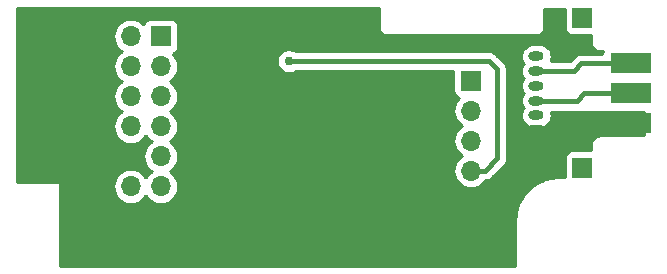
<source format=gbl>
G04 #@! TF.GenerationSoftware,KiCad,Pcbnew,(5.1.4)-1*
G04 #@! TF.CreationDate,2020-02-28T01:17:17+00:00*
G04 #@! TF.ProjectId,buffer,62756666-6572-42e6-9b69-6361645f7063,rev?*
G04 #@! TF.SameCoordinates,Original*
G04 #@! TF.FileFunction,Copper,L2,Bot*
G04 #@! TF.FilePolarity,Positive*
%FSLAX46Y46*%
G04 Gerber Fmt 4.6, Leading zero omitted, Abs format (unit mm)*
G04 Created by KiCad (PCBNEW (5.1.4)-1) date 2020-02-28 01:17:17*
%MOMM*%
%LPD*%
G04 APERTURE LIST*
%ADD10O,1.300000X0.800000*%
%ADD11C,0.100000*%
%ADD12C,0.800000*%
%ADD13O,1.700000X1.700000*%
%ADD14R,1.700000X1.700000*%
%ADD15R,3.500000X1.750000*%
%ADD16C,0.762000*%
%ADD17C,0.381000*%
%ADD18C,0.254000*%
G04 APERTURE END LIST*
D10*
X72154600Y-36050960D03*
X72154600Y-37300960D03*
X72154600Y-38550960D03*
X72154600Y-39800960D03*
X72154600Y-41050960D03*
D11*
G36*
X72624203Y-41901923D02*
G01*
X72643618Y-41904803D01*
X72662657Y-41909572D01*
X72681137Y-41916184D01*
X72698879Y-41924576D01*
X72715714Y-41934666D01*
X72731479Y-41946358D01*
X72746021Y-41959539D01*
X72759202Y-41974081D01*
X72770894Y-41989846D01*
X72780984Y-42006681D01*
X72789376Y-42024423D01*
X72795988Y-42042903D01*
X72800757Y-42061942D01*
X72803637Y-42081357D01*
X72804600Y-42100960D01*
X72804600Y-42500960D01*
X72803637Y-42520563D01*
X72800757Y-42539978D01*
X72795988Y-42559017D01*
X72789376Y-42577497D01*
X72780984Y-42595239D01*
X72770894Y-42612074D01*
X72759202Y-42627839D01*
X72746021Y-42642381D01*
X72731479Y-42655562D01*
X72715714Y-42667254D01*
X72698879Y-42677344D01*
X72681137Y-42685736D01*
X72662657Y-42692348D01*
X72643618Y-42697117D01*
X72624203Y-42699997D01*
X72604600Y-42700960D01*
X71704600Y-42700960D01*
X71684997Y-42699997D01*
X71665582Y-42697117D01*
X71646543Y-42692348D01*
X71628063Y-42685736D01*
X71610321Y-42677344D01*
X71593486Y-42667254D01*
X71577721Y-42655562D01*
X71563179Y-42642381D01*
X71549998Y-42627839D01*
X71538306Y-42612074D01*
X71528216Y-42595239D01*
X71519824Y-42577497D01*
X71513212Y-42559017D01*
X71508443Y-42539978D01*
X71505563Y-42520563D01*
X71504600Y-42500960D01*
X71504600Y-42100960D01*
X71505563Y-42081357D01*
X71508443Y-42061942D01*
X71513212Y-42042903D01*
X71519824Y-42024423D01*
X71528216Y-42006681D01*
X71538306Y-41989846D01*
X71549998Y-41974081D01*
X71563179Y-41959539D01*
X71577721Y-41946358D01*
X71593486Y-41934666D01*
X71610321Y-41924576D01*
X71628063Y-41916184D01*
X71646543Y-41909572D01*
X71665582Y-41904803D01*
X71684997Y-41901923D01*
X71704600Y-41900960D01*
X72604600Y-41900960D01*
X72624203Y-41901923D01*
X72624203Y-41901923D01*
G37*
D12*
X72154600Y-42300960D03*
D13*
X66617400Y-45730160D03*
X66617400Y-43190160D03*
X66617400Y-40650160D03*
D14*
X66617400Y-38110160D03*
X76033180Y-45504100D03*
X40353800Y-34376360D03*
D13*
X37813800Y-34376360D03*
X40353800Y-36916360D03*
X37813800Y-36916360D03*
X40353800Y-39456360D03*
X37813800Y-39456360D03*
X40353800Y-41996360D03*
X37813800Y-41996360D03*
X40353800Y-44536360D03*
X37813800Y-44536360D03*
X40353800Y-47076360D03*
X37813800Y-47076360D03*
D14*
X76040800Y-32801560D03*
D15*
X80130200Y-41740960D03*
X80130200Y-39200960D03*
X80130200Y-36660960D03*
D16*
X64433000Y-37906960D03*
X64433000Y-41081960D03*
X64433000Y-44637960D03*
X64433000Y-48193960D03*
X49066000Y-49336960D03*
X51199600Y-36459160D03*
D17*
X35299200Y-52715160D02*
X34181600Y-51597560D01*
X34181600Y-51597560D02*
X34181600Y-46060360D01*
X35705600Y-44536360D02*
X37813800Y-44536360D01*
X34181600Y-46060360D02*
X35705600Y-44536360D01*
X64433000Y-52664360D02*
X64382200Y-52715160D01*
X64534600Y-52715160D02*
X64382200Y-52715160D01*
X64433000Y-37906960D02*
X64433000Y-41081960D01*
X64433000Y-41081960D02*
X64433000Y-44637960D01*
X64433000Y-44637960D02*
X64433000Y-48193960D01*
X64433000Y-48193960D02*
X64433000Y-52664360D01*
X64382200Y-52715160D02*
X49116800Y-52715160D01*
X49116800Y-52715160D02*
X35299200Y-52715160D01*
X49066000Y-52664360D02*
X49116800Y-52715160D01*
X49066000Y-49336960D02*
X49066000Y-52664360D01*
X64382200Y-52715160D02*
X64687000Y-52715160D01*
X64687000Y-52715160D02*
X72154600Y-45247560D01*
X72154600Y-45247560D02*
X72154600Y-42300960D01*
X72154600Y-42300960D02*
X76532000Y-42300960D01*
X77092000Y-41740960D02*
X80130200Y-41740960D01*
X76532000Y-42300960D02*
X77092000Y-41740960D01*
X72154600Y-37300960D02*
X75312000Y-37300960D01*
X75952000Y-36660960D02*
X80130200Y-36660960D01*
X75312000Y-37300960D02*
X75952000Y-36660960D01*
X72154600Y-39800960D02*
X75592000Y-39800960D01*
X76192000Y-39200960D02*
X80130200Y-39200960D01*
X75592000Y-39800960D02*
X76192000Y-39200960D01*
X67819481Y-45730160D02*
X68852600Y-44697041D01*
X66617400Y-45730160D02*
X67819481Y-45730160D01*
X68852600Y-44697041D02*
X68852600Y-37170360D01*
X68852600Y-37170360D02*
X68141400Y-36459160D01*
X68141400Y-36459160D02*
X51199600Y-36459160D01*
D18*
G36*
X58795001Y-32793303D02*
G01*
X58795000Y-32793313D01*
X58795000Y-33555313D01*
X58791686Y-33588960D01*
X58804912Y-33723243D01*
X58844081Y-33852366D01*
X58907688Y-33971367D01*
X58993289Y-34075671D01*
X59097593Y-34161272D01*
X59216594Y-34224879D01*
X59345717Y-34264048D01*
X59480000Y-34277274D01*
X59513647Y-34273960D01*
X72120953Y-34273960D01*
X72154600Y-34277274D01*
X72188247Y-34273960D01*
X72288883Y-34264048D01*
X72418006Y-34224879D01*
X72537007Y-34161272D01*
X72641311Y-34075671D01*
X72726912Y-33971367D01*
X72790519Y-33852366D01*
X72829688Y-33723243D01*
X72842914Y-33588960D01*
X72839600Y-33555313D01*
X72839600Y-32013360D01*
X74552728Y-32013360D01*
X74552728Y-33651560D01*
X74564988Y-33776042D01*
X74601298Y-33895740D01*
X74660263Y-34006054D01*
X74739615Y-34102745D01*
X74836306Y-34182097D01*
X74946620Y-34241062D01*
X75066318Y-34277372D01*
X75190800Y-34289632D01*
X76803601Y-34289632D01*
X76803601Y-34929443D01*
X76800286Y-34963100D01*
X76813512Y-35097383D01*
X76852681Y-35226506D01*
X76916288Y-35345507D01*
X77001889Y-35449811D01*
X77106193Y-35535412D01*
X77225194Y-35599019D01*
X77354317Y-35638188D01*
X77454953Y-35648100D01*
X77488600Y-35651414D01*
X77522247Y-35648100D01*
X77758446Y-35648100D01*
X77754388Y-35661478D01*
X77742128Y-35785960D01*
X77742128Y-35835460D01*
X75992550Y-35835460D01*
X75952000Y-35831466D01*
X75911449Y-35835460D01*
X75911447Y-35835460D01*
X75790174Y-35847404D01*
X75634566Y-35894607D01*
X75491157Y-35971261D01*
X75396958Y-36048568D01*
X75396955Y-36048571D01*
X75365459Y-36074419D01*
X75339610Y-36105916D01*
X74970067Y-36475460D01*
X73351273Y-36475460D01*
X73365441Y-36448953D01*
X73424624Y-36253855D01*
X73444607Y-36050960D01*
X73424624Y-35848065D01*
X73365441Y-35652967D01*
X73269334Y-35473163D01*
X73139996Y-35315564D01*
X72982397Y-35186226D01*
X72802593Y-35090119D01*
X72607495Y-35030936D01*
X72455438Y-35015960D01*
X71853762Y-35015960D01*
X71701705Y-35030936D01*
X71506607Y-35090119D01*
X71326803Y-35186226D01*
X71169204Y-35315564D01*
X71039866Y-35473163D01*
X70943759Y-35652967D01*
X70884576Y-35848065D01*
X70864593Y-36050960D01*
X70884576Y-36253855D01*
X70943759Y-36448953D01*
X71039866Y-36628757D01*
X71078604Y-36675960D01*
X71039866Y-36723163D01*
X70943759Y-36902967D01*
X70884576Y-37098065D01*
X70864593Y-37300960D01*
X70884576Y-37503855D01*
X70943759Y-37698953D01*
X71039866Y-37878757D01*
X71078604Y-37925960D01*
X71039866Y-37973163D01*
X70943759Y-38152967D01*
X70884576Y-38348065D01*
X70864593Y-38550960D01*
X70884576Y-38753855D01*
X70943759Y-38948953D01*
X71039866Y-39128757D01*
X71078604Y-39175960D01*
X71039866Y-39223163D01*
X70943759Y-39402967D01*
X70884576Y-39598065D01*
X70864593Y-39800960D01*
X70884576Y-40003855D01*
X70943759Y-40198953D01*
X71039866Y-40378757D01*
X71078604Y-40425960D01*
X71039866Y-40473163D01*
X70943759Y-40652967D01*
X70884576Y-40848065D01*
X70864593Y-41050960D01*
X70884576Y-41253855D01*
X70943759Y-41448953D01*
X71039866Y-41628757D01*
X71169204Y-41786356D01*
X71326803Y-41915694D01*
X71506607Y-42011801D01*
X71701705Y-42070984D01*
X71853762Y-42085960D01*
X72455438Y-42085960D01*
X72607495Y-42070984D01*
X72802593Y-42011801D01*
X72982397Y-41915694D01*
X73139996Y-41786356D01*
X73269334Y-41628757D01*
X73365441Y-41448953D01*
X73424624Y-41253855D01*
X73444607Y-41050960D01*
X73424624Y-40848065D01*
X73393898Y-40746775D01*
X73404843Y-40755757D01*
X73426799Y-40767493D01*
X73450624Y-40774720D01*
X73475400Y-40777160D01*
X81248601Y-40777160D01*
X81248601Y-42756620D01*
X77522247Y-42756620D01*
X77488600Y-42753306D01*
X77454953Y-42756620D01*
X77354317Y-42766532D01*
X77225194Y-42805701D01*
X77106193Y-42869308D01*
X77001889Y-42954909D01*
X76916288Y-43059213D01*
X76852681Y-43178214D01*
X76813512Y-43307337D01*
X76800286Y-43441620D01*
X76803600Y-43475267D01*
X76803600Y-44016028D01*
X75183180Y-44016028D01*
X75058698Y-44028288D01*
X74939000Y-44064598D01*
X74828686Y-44123563D01*
X74731995Y-44202915D01*
X74652643Y-44299606D01*
X74593678Y-44409920D01*
X74557368Y-44529618D01*
X74545108Y-44654100D01*
X74545108Y-46289760D01*
X74137394Y-46289760D01*
X74066810Y-46289423D01*
X74034205Y-46292463D01*
X74001456Y-46292234D01*
X73991938Y-46293168D01*
X73395320Y-46355874D01*
X73334509Y-46368357D01*
X73273518Y-46379992D01*
X73264362Y-46382756D01*
X72691286Y-46560153D01*
X72634032Y-46584221D01*
X72576488Y-46607470D01*
X72568043Y-46611960D01*
X72040338Y-46897289D01*
X71988881Y-46931997D01*
X71936917Y-46966002D01*
X71929505Y-46972047D01*
X71467271Y-47354441D01*
X71423524Y-47398494D01*
X71379167Y-47441932D01*
X71373070Y-47449302D01*
X70993913Y-47914194D01*
X70959557Y-47965905D01*
X70924480Y-48017133D01*
X70919934Y-48025542D01*
X70919931Y-48025546D01*
X70919931Y-48025547D01*
X70638293Y-48555231D01*
X70614639Y-48612620D01*
X70590176Y-48669696D01*
X70587348Y-48678833D01*
X70413957Y-49253133D01*
X70401900Y-49314026D01*
X70388990Y-49374763D01*
X70387990Y-49384275D01*
X70329450Y-49981316D01*
X70329450Y-49981327D01*
X70326178Y-50014578D01*
X70326536Y-53808160D01*
X31847340Y-53808160D01*
X31847340Y-46796960D01*
X31844900Y-46772184D01*
X31837673Y-46748359D01*
X31825937Y-46726403D01*
X31810143Y-46707157D01*
X31790897Y-46691363D01*
X31768941Y-46679627D01*
X31745116Y-46672400D01*
X31720340Y-46669960D01*
X28211800Y-46669960D01*
X28211800Y-34376360D01*
X36321615Y-34376360D01*
X36350287Y-34667471D01*
X36435201Y-34947394D01*
X36573094Y-35205374D01*
X36758666Y-35431494D01*
X36984786Y-35617066D01*
X37039591Y-35646360D01*
X36984786Y-35675654D01*
X36758666Y-35861226D01*
X36573094Y-36087346D01*
X36435201Y-36345326D01*
X36350287Y-36625249D01*
X36321615Y-36916360D01*
X36350287Y-37207471D01*
X36435201Y-37487394D01*
X36573094Y-37745374D01*
X36758666Y-37971494D01*
X36984786Y-38157066D01*
X37039591Y-38186360D01*
X36984786Y-38215654D01*
X36758666Y-38401226D01*
X36573094Y-38627346D01*
X36435201Y-38885326D01*
X36350287Y-39165249D01*
X36321615Y-39456360D01*
X36350287Y-39747471D01*
X36435201Y-40027394D01*
X36573094Y-40285374D01*
X36758666Y-40511494D01*
X36984786Y-40697066D01*
X37039591Y-40726360D01*
X36984786Y-40755654D01*
X36758666Y-40941226D01*
X36573094Y-41167346D01*
X36435201Y-41425326D01*
X36350287Y-41705249D01*
X36321615Y-41996360D01*
X36350287Y-42287471D01*
X36435201Y-42567394D01*
X36573094Y-42825374D01*
X36758666Y-43051494D01*
X36984786Y-43237066D01*
X37242766Y-43374959D01*
X37522689Y-43459873D01*
X37740850Y-43481360D01*
X37886750Y-43481360D01*
X38104911Y-43459873D01*
X38384834Y-43374959D01*
X38642814Y-43237066D01*
X38868934Y-43051494D01*
X39054506Y-42825374D01*
X39083800Y-42770569D01*
X39113094Y-42825374D01*
X39298666Y-43051494D01*
X39524786Y-43237066D01*
X39579591Y-43266360D01*
X39524786Y-43295654D01*
X39298666Y-43481226D01*
X39113094Y-43707346D01*
X38975201Y-43965326D01*
X38890287Y-44245249D01*
X38861615Y-44536360D01*
X38890287Y-44827471D01*
X38975201Y-45107394D01*
X39113094Y-45365374D01*
X39298666Y-45591494D01*
X39524786Y-45777066D01*
X39579591Y-45806360D01*
X39524786Y-45835654D01*
X39298666Y-46021226D01*
X39113094Y-46247346D01*
X39083800Y-46302151D01*
X39054506Y-46247346D01*
X38868934Y-46021226D01*
X38642814Y-45835654D01*
X38384834Y-45697761D01*
X38104911Y-45612847D01*
X37886750Y-45591360D01*
X37740850Y-45591360D01*
X37522689Y-45612847D01*
X37242766Y-45697761D01*
X36984786Y-45835654D01*
X36758666Y-46021226D01*
X36573094Y-46247346D01*
X36435201Y-46505326D01*
X36350287Y-46785249D01*
X36321615Y-47076360D01*
X36350287Y-47367471D01*
X36435201Y-47647394D01*
X36573094Y-47905374D01*
X36758666Y-48131494D01*
X36984786Y-48317066D01*
X37242766Y-48454959D01*
X37522689Y-48539873D01*
X37740850Y-48561360D01*
X37886750Y-48561360D01*
X38104911Y-48539873D01*
X38384834Y-48454959D01*
X38642814Y-48317066D01*
X38868934Y-48131494D01*
X39054506Y-47905374D01*
X39083800Y-47850569D01*
X39113094Y-47905374D01*
X39298666Y-48131494D01*
X39524786Y-48317066D01*
X39782766Y-48454959D01*
X40062689Y-48539873D01*
X40280850Y-48561360D01*
X40426750Y-48561360D01*
X40644911Y-48539873D01*
X40924834Y-48454959D01*
X41182814Y-48317066D01*
X41408934Y-48131494D01*
X41594506Y-47905374D01*
X41732399Y-47647394D01*
X41817313Y-47367471D01*
X41845985Y-47076360D01*
X41817313Y-46785249D01*
X41732399Y-46505326D01*
X41594506Y-46247346D01*
X41408934Y-46021226D01*
X41182814Y-45835654D01*
X41128009Y-45806360D01*
X41182814Y-45777066D01*
X41408934Y-45591494D01*
X41594506Y-45365374D01*
X41732399Y-45107394D01*
X41817313Y-44827471D01*
X41845985Y-44536360D01*
X41817313Y-44245249D01*
X41732399Y-43965326D01*
X41594506Y-43707346D01*
X41408934Y-43481226D01*
X41182814Y-43295654D01*
X41128009Y-43266360D01*
X41182814Y-43237066D01*
X41408934Y-43051494D01*
X41594506Y-42825374D01*
X41732399Y-42567394D01*
X41817313Y-42287471D01*
X41845985Y-41996360D01*
X41817313Y-41705249D01*
X41732399Y-41425326D01*
X41594506Y-41167346D01*
X41408934Y-40941226D01*
X41182814Y-40755654D01*
X41128009Y-40726360D01*
X41182814Y-40697066D01*
X41408934Y-40511494D01*
X41594506Y-40285374D01*
X41732399Y-40027394D01*
X41817313Y-39747471D01*
X41845985Y-39456360D01*
X41817313Y-39165249D01*
X41732399Y-38885326D01*
X41594506Y-38627346D01*
X41408934Y-38401226D01*
X41182814Y-38215654D01*
X41128009Y-38186360D01*
X41182814Y-38157066D01*
X41408934Y-37971494D01*
X41594506Y-37745374D01*
X41732399Y-37487394D01*
X41817313Y-37207471D01*
X41845985Y-36916360D01*
X41817313Y-36625249D01*
X41736576Y-36359093D01*
X50183600Y-36359093D01*
X50183600Y-36559227D01*
X50222644Y-36755516D01*
X50299232Y-36940416D01*
X50410421Y-37106822D01*
X50551938Y-37248339D01*
X50718344Y-37359528D01*
X50903244Y-37436116D01*
X51099533Y-37475160D01*
X51299667Y-37475160D01*
X51495956Y-37436116D01*
X51680856Y-37359528D01*
X51792904Y-37284660D01*
X65129328Y-37284660D01*
X65129328Y-38960160D01*
X65141588Y-39084642D01*
X65177898Y-39204340D01*
X65236863Y-39314654D01*
X65316215Y-39411345D01*
X65412906Y-39490697D01*
X65523220Y-39549662D01*
X65592087Y-39570553D01*
X65562266Y-39595026D01*
X65376694Y-39821146D01*
X65238801Y-40079126D01*
X65153887Y-40359049D01*
X65125215Y-40650160D01*
X65153887Y-40941271D01*
X65238801Y-41221194D01*
X65376694Y-41479174D01*
X65562266Y-41705294D01*
X65788386Y-41890866D01*
X65843191Y-41920160D01*
X65788386Y-41949454D01*
X65562266Y-42135026D01*
X65376694Y-42361146D01*
X65238801Y-42619126D01*
X65153887Y-42899049D01*
X65125215Y-43190160D01*
X65153887Y-43481271D01*
X65238801Y-43761194D01*
X65376694Y-44019174D01*
X65562266Y-44245294D01*
X65788386Y-44430866D01*
X65843191Y-44460160D01*
X65788386Y-44489454D01*
X65562266Y-44675026D01*
X65376694Y-44901146D01*
X65238801Y-45159126D01*
X65153887Y-45439049D01*
X65125215Y-45730160D01*
X65153887Y-46021271D01*
X65238801Y-46301194D01*
X65376694Y-46559174D01*
X65562266Y-46785294D01*
X65788386Y-46970866D01*
X66046366Y-47108759D01*
X66326289Y-47193673D01*
X66544450Y-47215160D01*
X66690350Y-47215160D01*
X66908511Y-47193673D01*
X67188434Y-47108759D01*
X67446414Y-46970866D01*
X67672534Y-46785294D01*
X67858106Y-46559174D01*
X67859982Y-46555665D01*
X67860031Y-46555660D01*
X67860034Y-46555660D01*
X67981307Y-46543716D01*
X68136915Y-46496513D01*
X68280323Y-46419859D01*
X68406022Y-46316701D01*
X68431879Y-46285195D01*
X69407646Y-45309429D01*
X69439141Y-45283582D01*
X69464989Y-45252086D01*
X69464992Y-45252083D01*
X69542299Y-45157884D01*
X69618953Y-45014475D01*
X69634323Y-44963807D01*
X69666156Y-44858867D01*
X69678100Y-44737594D01*
X69678100Y-44737592D01*
X69682094Y-44697041D01*
X69678100Y-44656491D01*
X69678100Y-37210910D01*
X69682094Y-37170360D01*
X69678100Y-37129807D01*
X69666156Y-37008534D01*
X69618953Y-36852926D01*
X69602843Y-36822786D01*
X69542299Y-36709517D01*
X69464992Y-36615318D01*
X69464989Y-36615315D01*
X69439141Y-36583819D01*
X69407644Y-36557970D01*
X68753797Y-35904125D01*
X68727941Y-35872619D01*
X68602242Y-35769461D01*
X68458834Y-35692807D01*
X68303226Y-35645604D01*
X68181953Y-35633660D01*
X68181950Y-35633660D01*
X68141400Y-35629666D01*
X68100850Y-35633660D01*
X51792904Y-35633660D01*
X51680856Y-35558792D01*
X51495956Y-35482204D01*
X51299667Y-35443160D01*
X51099533Y-35443160D01*
X50903244Y-35482204D01*
X50718344Y-35558792D01*
X50551938Y-35669981D01*
X50410421Y-35811498D01*
X50299232Y-35977904D01*
X50222644Y-36162804D01*
X50183600Y-36359093D01*
X41736576Y-36359093D01*
X41732399Y-36345326D01*
X41594506Y-36087346D01*
X41408934Y-35861226D01*
X41379113Y-35836753D01*
X41447980Y-35815862D01*
X41558294Y-35756897D01*
X41654985Y-35677545D01*
X41734337Y-35580854D01*
X41793302Y-35470540D01*
X41829612Y-35350842D01*
X41841872Y-35226360D01*
X41841872Y-33526360D01*
X41829612Y-33401878D01*
X41793302Y-33282180D01*
X41734337Y-33171866D01*
X41654985Y-33075175D01*
X41558294Y-32995823D01*
X41447980Y-32936858D01*
X41328282Y-32900548D01*
X41203800Y-32888288D01*
X39503800Y-32888288D01*
X39379318Y-32900548D01*
X39259620Y-32936858D01*
X39149306Y-32995823D01*
X39052615Y-33075175D01*
X38973263Y-33171866D01*
X38914298Y-33282180D01*
X38893407Y-33351047D01*
X38868934Y-33321226D01*
X38642814Y-33135654D01*
X38384834Y-32997761D01*
X38104911Y-32912847D01*
X37886750Y-32891360D01*
X37740850Y-32891360D01*
X37522689Y-32912847D01*
X37242766Y-32997761D01*
X36984786Y-33135654D01*
X36758666Y-33321226D01*
X36573094Y-33547346D01*
X36435201Y-33805326D01*
X36350287Y-34085249D01*
X36321615Y-34376360D01*
X28211800Y-34376360D01*
X28211800Y-31987960D01*
X58795000Y-31987960D01*
X58795001Y-32793303D01*
X58795001Y-32793303D01*
G37*
X58795001Y-32793303D02*
X58795000Y-32793313D01*
X58795000Y-33555313D01*
X58791686Y-33588960D01*
X58804912Y-33723243D01*
X58844081Y-33852366D01*
X58907688Y-33971367D01*
X58993289Y-34075671D01*
X59097593Y-34161272D01*
X59216594Y-34224879D01*
X59345717Y-34264048D01*
X59480000Y-34277274D01*
X59513647Y-34273960D01*
X72120953Y-34273960D01*
X72154600Y-34277274D01*
X72188247Y-34273960D01*
X72288883Y-34264048D01*
X72418006Y-34224879D01*
X72537007Y-34161272D01*
X72641311Y-34075671D01*
X72726912Y-33971367D01*
X72790519Y-33852366D01*
X72829688Y-33723243D01*
X72842914Y-33588960D01*
X72839600Y-33555313D01*
X72839600Y-32013360D01*
X74552728Y-32013360D01*
X74552728Y-33651560D01*
X74564988Y-33776042D01*
X74601298Y-33895740D01*
X74660263Y-34006054D01*
X74739615Y-34102745D01*
X74836306Y-34182097D01*
X74946620Y-34241062D01*
X75066318Y-34277372D01*
X75190800Y-34289632D01*
X76803601Y-34289632D01*
X76803601Y-34929443D01*
X76800286Y-34963100D01*
X76813512Y-35097383D01*
X76852681Y-35226506D01*
X76916288Y-35345507D01*
X77001889Y-35449811D01*
X77106193Y-35535412D01*
X77225194Y-35599019D01*
X77354317Y-35638188D01*
X77454953Y-35648100D01*
X77488600Y-35651414D01*
X77522247Y-35648100D01*
X77758446Y-35648100D01*
X77754388Y-35661478D01*
X77742128Y-35785960D01*
X77742128Y-35835460D01*
X75992550Y-35835460D01*
X75952000Y-35831466D01*
X75911449Y-35835460D01*
X75911447Y-35835460D01*
X75790174Y-35847404D01*
X75634566Y-35894607D01*
X75491157Y-35971261D01*
X75396958Y-36048568D01*
X75396955Y-36048571D01*
X75365459Y-36074419D01*
X75339610Y-36105916D01*
X74970067Y-36475460D01*
X73351273Y-36475460D01*
X73365441Y-36448953D01*
X73424624Y-36253855D01*
X73444607Y-36050960D01*
X73424624Y-35848065D01*
X73365441Y-35652967D01*
X73269334Y-35473163D01*
X73139996Y-35315564D01*
X72982397Y-35186226D01*
X72802593Y-35090119D01*
X72607495Y-35030936D01*
X72455438Y-35015960D01*
X71853762Y-35015960D01*
X71701705Y-35030936D01*
X71506607Y-35090119D01*
X71326803Y-35186226D01*
X71169204Y-35315564D01*
X71039866Y-35473163D01*
X70943759Y-35652967D01*
X70884576Y-35848065D01*
X70864593Y-36050960D01*
X70884576Y-36253855D01*
X70943759Y-36448953D01*
X71039866Y-36628757D01*
X71078604Y-36675960D01*
X71039866Y-36723163D01*
X70943759Y-36902967D01*
X70884576Y-37098065D01*
X70864593Y-37300960D01*
X70884576Y-37503855D01*
X70943759Y-37698953D01*
X71039866Y-37878757D01*
X71078604Y-37925960D01*
X71039866Y-37973163D01*
X70943759Y-38152967D01*
X70884576Y-38348065D01*
X70864593Y-38550960D01*
X70884576Y-38753855D01*
X70943759Y-38948953D01*
X71039866Y-39128757D01*
X71078604Y-39175960D01*
X71039866Y-39223163D01*
X70943759Y-39402967D01*
X70884576Y-39598065D01*
X70864593Y-39800960D01*
X70884576Y-40003855D01*
X70943759Y-40198953D01*
X71039866Y-40378757D01*
X71078604Y-40425960D01*
X71039866Y-40473163D01*
X70943759Y-40652967D01*
X70884576Y-40848065D01*
X70864593Y-41050960D01*
X70884576Y-41253855D01*
X70943759Y-41448953D01*
X71039866Y-41628757D01*
X71169204Y-41786356D01*
X71326803Y-41915694D01*
X71506607Y-42011801D01*
X71701705Y-42070984D01*
X71853762Y-42085960D01*
X72455438Y-42085960D01*
X72607495Y-42070984D01*
X72802593Y-42011801D01*
X72982397Y-41915694D01*
X73139996Y-41786356D01*
X73269334Y-41628757D01*
X73365441Y-41448953D01*
X73424624Y-41253855D01*
X73444607Y-41050960D01*
X73424624Y-40848065D01*
X73393898Y-40746775D01*
X73404843Y-40755757D01*
X73426799Y-40767493D01*
X73450624Y-40774720D01*
X73475400Y-40777160D01*
X81248601Y-40777160D01*
X81248601Y-42756620D01*
X77522247Y-42756620D01*
X77488600Y-42753306D01*
X77454953Y-42756620D01*
X77354317Y-42766532D01*
X77225194Y-42805701D01*
X77106193Y-42869308D01*
X77001889Y-42954909D01*
X76916288Y-43059213D01*
X76852681Y-43178214D01*
X76813512Y-43307337D01*
X76800286Y-43441620D01*
X76803600Y-43475267D01*
X76803600Y-44016028D01*
X75183180Y-44016028D01*
X75058698Y-44028288D01*
X74939000Y-44064598D01*
X74828686Y-44123563D01*
X74731995Y-44202915D01*
X74652643Y-44299606D01*
X74593678Y-44409920D01*
X74557368Y-44529618D01*
X74545108Y-44654100D01*
X74545108Y-46289760D01*
X74137394Y-46289760D01*
X74066810Y-46289423D01*
X74034205Y-46292463D01*
X74001456Y-46292234D01*
X73991938Y-46293168D01*
X73395320Y-46355874D01*
X73334509Y-46368357D01*
X73273518Y-46379992D01*
X73264362Y-46382756D01*
X72691286Y-46560153D01*
X72634032Y-46584221D01*
X72576488Y-46607470D01*
X72568043Y-46611960D01*
X72040338Y-46897289D01*
X71988881Y-46931997D01*
X71936917Y-46966002D01*
X71929505Y-46972047D01*
X71467271Y-47354441D01*
X71423524Y-47398494D01*
X71379167Y-47441932D01*
X71373070Y-47449302D01*
X70993913Y-47914194D01*
X70959557Y-47965905D01*
X70924480Y-48017133D01*
X70919934Y-48025542D01*
X70919931Y-48025546D01*
X70919931Y-48025547D01*
X70638293Y-48555231D01*
X70614639Y-48612620D01*
X70590176Y-48669696D01*
X70587348Y-48678833D01*
X70413957Y-49253133D01*
X70401900Y-49314026D01*
X70388990Y-49374763D01*
X70387990Y-49384275D01*
X70329450Y-49981316D01*
X70329450Y-49981327D01*
X70326178Y-50014578D01*
X70326536Y-53808160D01*
X31847340Y-53808160D01*
X31847340Y-46796960D01*
X31844900Y-46772184D01*
X31837673Y-46748359D01*
X31825937Y-46726403D01*
X31810143Y-46707157D01*
X31790897Y-46691363D01*
X31768941Y-46679627D01*
X31745116Y-46672400D01*
X31720340Y-46669960D01*
X28211800Y-46669960D01*
X28211800Y-34376360D01*
X36321615Y-34376360D01*
X36350287Y-34667471D01*
X36435201Y-34947394D01*
X36573094Y-35205374D01*
X36758666Y-35431494D01*
X36984786Y-35617066D01*
X37039591Y-35646360D01*
X36984786Y-35675654D01*
X36758666Y-35861226D01*
X36573094Y-36087346D01*
X36435201Y-36345326D01*
X36350287Y-36625249D01*
X36321615Y-36916360D01*
X36350287Y-37207471D01*
X36435201Y-37487394D01*
X36573094Y-37745374D01*
X36758666Y-37971494D01*
X36984786Y-38157066D01*
X37039591Y-38186360D01*
X36984786Y-38215654D01*
X36758666Y-38401226D01*
X36573094Y-38627346D01*
X36435201Y-38885326D01*
X36350287Y-39165249D01*
X36321615Y-39456360D01*
X36350287Y-39747471D01*
X36435201Y-40027394D01*
X36573094Y-40285374D01*
X36758666Y-40511494D01*
X36984786Y-40697066D01*
X37039591Y-40726360D01*
X36984786Y-40755654D01*
X36758666Y-40941226D01*
X36573094Y-41167346D01*
X36435201Y-41425326D01*
X36350287Y-41705249D01*
X36321615Y-41996360D01*
X36350287Y-42287471D01*
X36435201Y-42567394D01*
X36573094Y-42825374D01*
X36758666Y-43051494D01*
X36984786Y-43237066D01*
X37242766Y-43374959D01*
X37522689Y-43459873D01*
X37740850Y-43481360D01*
X37886750Y-43481360D01*
X38104911Y-43459873D01*
X38384834Y-43374959D01*
X38642814Y-43237066D01*
X38868934Y-43051494D01*
X39054506Y-42825374D01*
X39083800Y-42770569D01*
X39113094Y-42825374D01*
X39298666Y-43051494D01*
X39524786Y-43237066D01*
X39579591Y-43266360D01*
X39524786Y-43295654D01*
X39298666Y-43481226D01*
X39113094Y-43707346D01*
X38975201Y-43965326D01*
X38890287Y-44245249D01*
X38861615Y-44536360D01*
X38890287Y-44827471D01*
X38975201Y-45107394D01*
X39113094Y-45365374D01*
X39298666Y-45591494D01*
X39524786Y-45777066D01*
X39579591Y-45806360D01*
X39524786Y-45835654D01*
X39298666Y-46021226D01*
X39113094Y-46247346D01*
X39083800Y-46302151D01*
X39054506Y-46247346D01*
X38868934Y-46021226D01*
X38642814Y-45835654D01*
X38384834Y-45697761D01*
X38104911Y-45612847D01*
X37886750Y-45591360D01*
X37740850Y-45591360D01*
X37522689Y-45612847D01*
X37242766Y-45697761D01*
X36984786Y-45835654D01*
X36758666Y-46021226D01*
X36573094Y-46247346D01*
X36435201Y-46505326D01*
X36350287Y-46785249D01*
X36321615Y-47076360D01*
X36350287Y-47367471D01*
X36435201Y-47647394D01*
X36573094Y-47905374D01*
X36758666Y-48131494D01*
X36984786Y-48317066D01*
X37242766Y-48454959D01*
X37522689Y-48539873D01*
X37740850Y-48561360D01*
X37886750Y-48561360D01*
X38104911Y-48539873D01*
X38384834Y-48454959D01*
X38642814Y-48317066D01*
X38868934Y-48131494D01*
X39054506Y-47905374D01*
X39083800Y-47850569D01*
X39113094Y-47905374D01*
X39298666Y-48131494D01*
X39524786Y-48317066D01*
X39782766Y-48454959D01*
X40062689Y-48539873D01*
X40280850Y-48561360D01*
X40426750Y-48561360D01*
X40644911Y-48539873D01*
X40924834Y-48454959D01*
X41182814Y-48317066D01*
X41408934Y-48131494D01*
X41594506Y-47905374D01*
X41732399Y-47647394D01*
X41817313Y-47367471D01*
X41845985Y-47076360D01*
X41817313Y-46785249D01*
X41732399Y-46505326D01*
X41594506Y-46247346D01*
X41408934Y-46021226D01*
X41182814Y-45835654D01*
X41128009Y-45806360D01*
X41182814Y-45777066D01*
X41408934Y-45591494D01*
X41594506Y-45365374D01*
X41732399Y-45107394D01*
X41817313Y-44827471D01*
X41845985Y-44536360D01*
X41817313Y-44245249D01*
X41732399Y-43965326D01*
X41594506Y-43707346D01*
X41408934Y-43481226D01*
X41182814Y-43295654D01*
X41128009Y-43266360D01*
X41182814Y-43237066D01*
X41408934Y-43051494D01*
X41594506Y-42825374D01*
X41732399Y-42567394D01*
X41817313Y-42287471D01*
X41845985Y-41996360D01*
X41817313Y-41705249D01*
X41732399Y-41425326D01*
X41594506Y-41167346D01*
X41408934Y-40941226D01*
X41182814Y-40755654D01*
X41128009Y-40726360D01*
X41182814Y-40697066D01*
X41408934Y-40511494D01*
X41594506Y-40285374D01*
X41732399Y-40027394D01*
X41817313Y-39747471D01*
X41845985Y-39456360D01*
X41817313Y-39165249D01*
X41732399Y-38885326D01*
X41594506Y-38627346D01*
X41408934Y-38401226D01*
X41182814Y-38215654D01*
X41128009Y-38186360D01*
X41182814Y-38157066D01*
X41408934Y-37971494D01*
X41594506Y-37745374D01*
X41732399Y-37487394D01*
X41817313Y-37207471D01*
X41845985Y-36916360D01*
X41817313Y-36625249D01*
X41736576Y-36359093D01*
X50183600Y-36359093D01*
X50183600Y-36559227D01*
X50222644Y-36755516D01*
X50299232Y-36940416D01*
X50410421Y-37106822D01*
X50551938Y-37248339D01*
X50718344Y-37359528D01*
X50903244Y-37436116D01*
X51099533Y-37475160D01*
X51299667Y-37475160D01*
X51495956Y-37436116D01*
X51680856Y-37359528D01*
X51792904Y-37284660D01*
X65129328Y-37284660D01*
X65129328Y-38960160D01*
X65141588Y-39084642D01*
X65177898Y-39204340D01*
X65236863Y-39314654D01*
X65316215Y-39411345D01*
X65412906Y-39490697D01*
X65523220Y-39549662D01*
X65592087Y-39570553D01*
X65562266Y-39595026D01*
X65376694Y-39821146D01*
X65238801Y-40079126D01*
X65153887Y-40359049D01*
X65125215Y-40650160D01*
X65153887Y-40941271D01*
X65238801Y-41221194D01*
X65376694Y-41479174D01*
X65562266Y-41705294D01*
X65788386Y-41890866D01*
X65843191Y-41920160D01*
X65788386Y-41949454D01*
X65562266Y-42135026D01*
X65376694Y-42361146D01*
X65238801Y-42619126D01*
X65153887Y-42899049D01*
X65125215Y-43190160D01*
X65153887Y-43481271D01*
X65238801Y-43761194D01*
X65376694Y-44019174D01*
X65562266Y-44245294D01*
X65788386Y-44430866D01*
X65843191Y-44460160D01*
X65788386Y-44489454D01*
X65562266Y-44675026D01*
X65376694Y-44901146D01*
X65238801Y-45159126D01*
X65153887Y-45439049D01*
X65125215Y-45730160D01*
X65153887Y-46021271D01*
X65238801Y-46301194D01*
X65376694Y-46559174D01*
X65562266Y-46785294D01*
X65788386Y-46970866D01*
X66046366Y-47108759D01*
X66326289Y-47193673D01*
X66544450Y-47215160D01*
X66690350Y-47215160D01*
X66908511Y-47193673D01*
X67188434Y-47108759D01*
X67446414Y-46970866D01*
X67672534Y-46785294D01*
X67858106Y-46559174D01*
X67859982Y-46555665D01*
X67860031Y-46555660D01*
X67860034Y-46555660D01*
X67981307Y-46543716D01*
X68136915Y-46496513D01*
X68280323Y-46419859D01*
X68406022Y-46316701D01*
X68431879Y-46285195D01*
X69407646Y-45309429D01*
X69439141Y-45283582D01*
X69464989Y-45252086D01*
X69464992Y-45252083D01*
X69542299Y-45157884D01*
X69618953Y-45014475D01*
X69634323Y-44963807D01*
X69666156Y-44858867D01*
X69678100Y-44737594D01*
X69678100Y-44737592D01*
X69682094Y-44697041D01*
X69678100Y-44656491D01*
X69678100Y-37210910D01*
X69682094Y-37170360D01*
X69678100Y-37129807D01*
X69666156Y-37008534D01*
X69618953Y-36852926D01*
X69602843Y-36822786D01*
X69542299Y-36709517D01*
X69464992Y-36615318D01*
X69464989Y-36615315D01*
X69439141Y-36583819D01*
X69407644Y-36557970D01*
X68753797Y-35904125D01*
X68727941Y-35872619D01*
X68602242Y-35769461D01*
X68458834Y-35692807D01*
X68303226Y-35645604D01*
X68181953Y-35633660D01*
X68181950Y-35633660D01*
X68141400Y-35629666D01*
X68100850Y-35633660D01*
X51792904Y-35633660D01*
X51680856Y-35558792D01*
X51495956Y-35482204D01*
X51299667Y-35443160D01*
X51099533Y-35443160D01*
X50903244Y-35482204D01*
X50718344Y-35558792D01*
X50551938Y-35669981D01*
X50410421Y-35811498D01*
X50299232Y-35977904D01*
X50222644Y-36162804D01*
X50183600Y-36359093D01*
X41736576Y-36359093D01*
X41732399Y-36345326D01*
X41594506Y-36087346D01*
X41408934Y-35861226D01*
X41379113Y-35836753D01*
X41447980Y-35815862D01*
X41558294Y-35756897D01*
X41654985Y-35677545D01*
X41734337Y-35580854D01*
X41793302Y-35470540D01*
X41829612Y-35350842D01*
X41841872Y-35226360D01*
X41841872Y-33526360D01*
X41829612Y-33401878D01*
X41793302Y-33282180D01*
X41734337Y-33171866D01*
X41654985Y-33075175D01*
X41558294Y-32995823D01*
X41447980Y-32936858D01*
X41328282Y-32900548D01*
X41203800Y-32888288D01*
X39503800Y-32888288D01*
X39379318Y-32900548D01*
X39259620Y-32936858D01*
X39149306Y-32995823D01*
X39052615Y-33075175D01*
X38973263Y-33171866D01*
X38914298Y-33282180D01*
X38893407Y-33351047D01*
X38868934Y-33321226D01*
X38642814Y-33135654D01*
X38384834Y-32997761D01*
X38104911Y-32912847D01*
X37886750Y-32891360D01*
X37740850Y-32891360D01*
X37522689Y-32912847D01*
X37242766Y-32997761D01*
X36984786Y-33135654D01*
X36758666Y-33321226D01*
X36573094Y-33547346D01*
X36435201Y-33805326D01*
X36350287Y-34085249D01*
X36321615Y-34376360D01*
X28211800Y-34376360D01*
X28211800Y-31987960D01*
X58795000Y-31987960D01*
X58795001Y-32793303D01*
M02*

</source>
